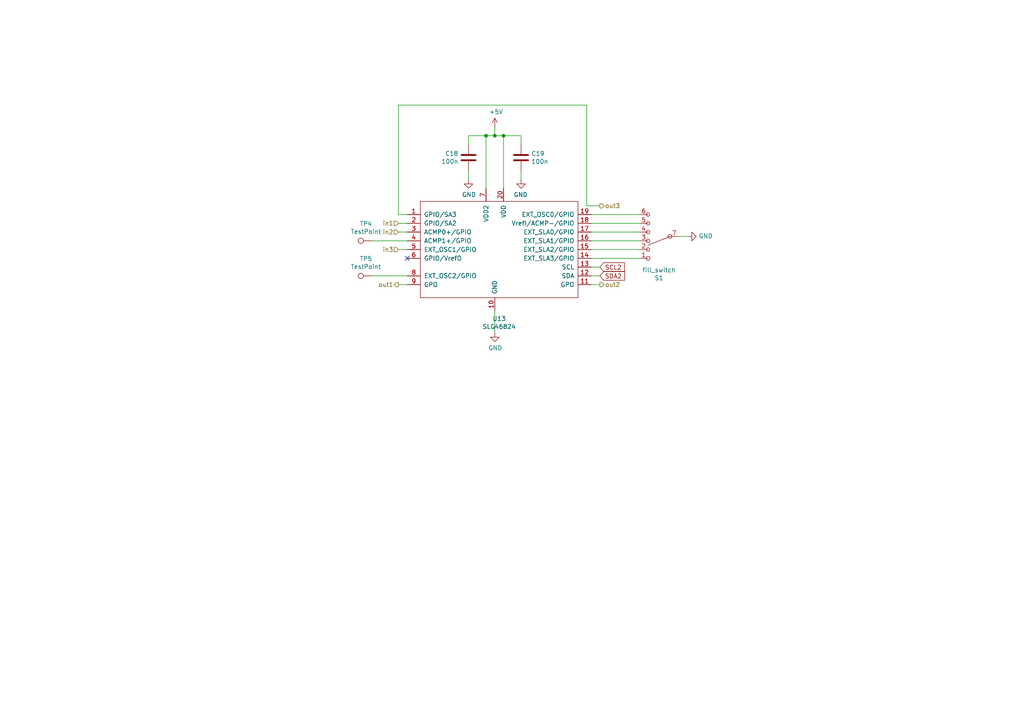
<source format=kicad_sch>
(kicad_sch (version 20231120) (generator "eeschema") (generator_version "8.0")
  (paper "A4")
  (lib_symbols
    (symbol "Connector:TestPoint" (pin_numbers hide) (pin_names (offset 0.762) hide)
      (property "Reference" "TP" (at 0 6.858 0))
      (property "Value" "TestPoint" (at 0 5.08 0))
      (symbol "TestPoint_0_1"
        (circle (center 0 3.302) (radius 0.762))
      )
      (symbol "TestPoint_1_1"
        (pin passive line (at 0 0 90) (length 2.54) (name "1") (number "1"))
      )
    )
    (symbol "Device:C" (pin_numbers hide) (pin_names (offset 0.254))
      (property "Reference" "C" (at 0.635 2.54 0))
      (property "Value" "C" (at 0.635 -2.54 0))
      (symbol "C_0_1"
        (polyline (pts (xy -2.032 -0.762) (xy 2.032 -0.762)) (stroke (width 0.508)))
        (polyline (pts (xy -2.032 0.762) (xy 2.032 0.762)) (stroke (width 0.508)))
      )
      (symbol "C_1_1"
        (pin passive line (at 0 3.81 270) (length 2.794) (name "~") (number "1"))
        (pin passive line (at 0 -3.81 90) (length 2.794) (name "~") (number "2"))
      )
    )
    (symbol "power:+5V" (power) (pin_names (offset 0))
      (property "Value" "+5V" (at 0 3.556 0))
      (symbol "+5V_0_1"
        (polyline (pts (xy -0.762 1.27) (xy 0 2.54)))
        (polyline (pts (xy 0 0) (xy 0 2.54)))
        (polyline (pts (xy 0 2.54) (xy 0.762 1.27)))
      )
      (symbol "+5V_1_1"
        (pin power_in line (at 0 0 90) (length 0) hide (name "+5V") (number "1"))
      )
    )
    (symbol "power:GND" (power) (pin_names (offset 0))
      (property "Value" "GND" (at 0 -3.81 0))
      (symbol "GND_0_1"
        (polyline (pts (xy 0 0) (xy 0 -1.27) (xy 1.27 -1.27) (xy 0 -2.54) (xy -1.27 -1.27) (xy 0 -1.27)))
      )
      (symbol "GND_1_1"
        (pin power_in line (at 0 0 270) (length 0) hide (name "GND") (number "1"))
      )
    )
    (symbol "waveshaper_Marcin-rescue:SLG46824-greenpak_ICs" (pin_names (offset 1.016))
      (property "Reference" "U" (at -6.35 1.27 0))
      (property "Value" "SLG46824-greenpak_ICs" (at 0 6.35 0))
      (symbol "SLG46824-greenpak_ICs_0_1"
        (rectangle (start -21.59 13.97) (end 24.13 -13.97))
        (pin power_in line (at -25.4 10.16 0) (length 3.81) (name "GPIO/SA3") (number "1"))
        (pin power_in line (at 0 -17.78 90) (length 3.81) (name "GND") (number "10"))
        (pin power_in line (at 27.94 -10.16 180) (length 3.81) (name "GPO") (number "11"))
        (pin power_in line (at 27.94 -7.62 180) (length 3.81) (name "SDA") (number "12"))
        (pin power_in line (at 27.94 -5.08 180) (length 3.81) (name "SCL") (number "13"))
        (pin power_in line (at 27.94 -2.54 180) (length 3.81) (name "EXT_SLA3/GPIO") (number "14"))
        (pin power_in line (at 27.94 0 180) (length 3.81) (name "EXT_SLA2/GPIO") (number "15"))
        (pin power_in line (at 27.94 2.54 180) (length 3.81) (name "EXT_SLA1/GPIO") (number "16"))
        (pin power_in line (at 27.94 5.08 180) (length 3.81) (name "EXT_SLA0/GPIO") (number "17"))
        (pin power_in line (at 27.94 7.62 180) (length 3.81) (name "VrefI/ACMP-/GPIO") (number "18"))
        (pin power_in line (at 27.94 10.16 180) (length 3.81) (name "EXT_OSC0/GPIO") (number "19"))
        (pin power_in line (at -25.4 7.62 0) (length 3.81) (name "GPIO/SA2") (number "2"))
        (pin power_in line (at 2.54 17.78 270) (length 3.81) (name "VDD") (number "20"))
        (pin power_in line (at -25.4 5.08 0) (length 3.81) (name "ACMP0+/GPIO") (number "3"))
        (pin power_in line (at -25.4 2.54 0) (length 3.81) (name "ACMP1+/GPIO") (number "4"))
        (pin power_in line (at -25.4 0 0) (length 3.81) (name "EXT_OSC1/GPIO") (number "5"))
        (pin power_in line (at -25.4 -2.54 0) (length 3.81) (name "GPIO/VrefO") (number "6"))
        (pin power_in line (at -2.54 17.78 270) (length 3.81) (name "VDD2") (number "7"))
        (pin power_in line (at -25.4 -7.62 0) (length 3.81) (name "EXT_OSC2/GPIO") (number "8"))
        (pin power_in line (at -25.4 -10.16 0) (length 3.81) (name "GPO") (number "9"))
      )
    )
    (symbol "waveshaper_Marcin-rescue:SS-16F03-switch" (pin_names (offset 1.016))
      (property "Reference" "S" (at 2.54 -5.08 0))
      (property "Value" "SS-16F03-switch" (at 6.35 6.35 0))
      (symbol "SS-16F03-switch_0_1"
        (circle (center -1.27 -6.35) (radius 0.508))
        (circle (center -1.27 -3.81) (radius 0.508))
        (circle (center -1.27 -1.27) (radius 0.508))
        (circle (center -1.27 1.27) (radius 0.508))
        (circle (center -1.27 3.81) (radius 0.508))
        (circle (center -1.27 6.35) (radius 0.5588))
        (polyline (pts (xy 5.08 0) (xy -1.27 2.54)))
        (circle (center 5.08 0) (radius 0.5588))
      )
      (symbol "SS-16F03-switch_1_1"
        (pin input line (at -3.81 6.35 0) (length 2.54) (name "~") (number "1"))
        (pin input line (at -3.81 3.81 0) (length 2.54) (name "~") (number "2"))
        (pin input line (at -3.81 1.27 0) (length 2.54) (name "~") (number "3"))
        (pin input line (at -3.81 -1.27 0) (length 2.54) (name "~") (number "4"))
        (pin input line (at -3.81 -3.81 0) (length 2.54) (name "~") (number "5"))
        (pin input line (at -3.81 -6.35 0) (length 2.54) (name "~") (number "6"))
        (pin input line (at 7.62 0 180) (length 2.54) (name "~") (number "7"))
      )
    )
  )
  (junction (at 146.05 39.37))
  (junction (at 140.97 39.37))
  (junction (at 143.51 39.37))
  (no_connect (at 118.11 74.93))
  (wire (pts (xy 171.45 64.77) (xy 185.42 64.77)))
  (wire (pts (xy 171.45 67.31) (xy 185.42 67.31)))
  (wire (pts (xy 135.89 39.37) (xy 140.97 39.37)))
  (wire (pts (xy 151.13 52.07) (xy 151.13 49.53)))
  (wire (pts (xy 171.45 62.23) (xy 185.42 62.23)))
  (wire (pts (xy 107.95 80.01) (xy 118.11 80.01)))
  (wire (pts (xy 146.05 39.37) (xy 146.05 54.61)))
  (wire (pts (xy 170.18 59.69) (xy 170.18 30.48)))
  (wire (pts (xy 115.57 72.39) (xy 118.11 72.39)))
  (wire (pts (xy 173.99 77.47) (xy 171.45 77.47)))
  (wire (pts (xy 115.57 30.48) (xy 115.57 62.23)))
  (wire (pts (xy 115.57 67.31) (xy 118.11 67.31)))
  (wire (pts (xy 171.45 69.85) (xy 185.42 69.85)))
  (wire (pts (xy 140.97 39.37) (xy 140.97 54.61)))
  (wire (pts (xy 170.18 30.48) (xy 115.57 30.48)))
  (wire (pts (xy 135.89 41.91) (xy 135.89 39.37)))
  (wire (pts (xy 118.11 82.55) (xy 115.57 82.55)))
  (wire (pts (xy 151.13 41.91) (xy 151.13 39.37)))
  (wire (pts (xy 173.99 59.69) (xy 170.18 59.69)))
  (wire (pts (xy 171.45 74.93) (xy 185.42 74.93)))
  (wire (pts (xy 115.57 62.23) (xy 118.11 62.23)))
  (wire (pts (xy 143.51 39.37) (xy 146.05 39.37)))
  (wire (pts (xy 135.89 52.07) (xy 135.89 49.53)))
  (wire (pts (xy 199.39 68.58) (xy 196.85 68.58)))
  (wire (pts (xy 143.51 96.52) (xy 143.51 90.17)))
  (wire (pts (xy 107.95 69.85) (xy 118.11 69.85)))
  (wire (pts (xy 173.99 80.01) (xy 171.45 80.01)))
  (wire (pts (xy 143.51 39.37) (xy 140.97 39.37)))
  (wire (pts (xy 171.45 72.39) (xy 185.42 72.39)))
  (wire (pts (xy 171.45 82.55) (xy 173.99 82.55)))
  (wire (pts (xy 115.57 64.77) (xy 118.11 64.77)))
  (wire (pts (xy 151.13 39.37) (xy 146.05 39.37)))
  (wire (pts (xy 143.51 36.83) (xy 143.51 39.37)))
  (global_label "SCL2" (shape input) (at 173.99 77.47 0) (property "Intersheetrefs" "${INTERSHEET_REFS}" (effects (hide yes))))
  (global_label "SDA2" (shape input) (at 173.99 80.01 0) (property "Intersheetrefs" "${INTERSHEET_REFS}" (effects (hide yes))))
  (hierarchical_label "out3" (shape output) (at 173.99 59.69 0))
  (hierarchical_label "out2" (shape output) (at 173.99 82.55 0))
  (hierarchical_label "in2" (shape input) (at 115.57 67.31 180))
  (hierarchical_label "in1" (shape input) (at 115.57 64.77 180))
  (hierarchical_label "in3" (shape input) (at 115.57 72.39 180))
  (hierarchical_label "out1" (shape output) (at 115.57 82.55 180))
  (symbol (lib_id "power:GND") (at 151.13 52.07 0) (mirror y) (unit 1)
    (property "Reference" "#PWR0169" (effects (hide yes)))
    (property "Value" "GND" (at 151.003 56.4642 0))
  )
  (symbol (lib_id "Device:C") (at 135.89 45.72 0) (mirror y) (unit 1)
    (property "Reference" "C18" (at 132.969 44.5516 0) (effects (justify left)))
    (property "Value" "100n" (at 132.969 46.863 0) (effects (justify left)))
    (property "Footprint" "Capacitor_SMD:C_0603_1608Metric" (effects (hide yes)))
  )
  (symbol (lib_id "power:GND") (at 135.89 52.07 0) (unit 1)
    (property "Reference" "#PWR0170" (effects (hide yes)))
    (property "Value" "GND" (at 136.017 56.4642 0))
  )
  (symbol (lib_id "power:GND") (at 143.51 96.52 0) (unit 1)
    (property "Reference" "#PWR0171" (effects (hide yes)))
    (property "Value" "GND" (at 143.637 100.9142 0))
  )
  (symbol (lib_id "Device:C") (at 151.13 45.72 0) (unit 1)
    (property "Reference" "C19" (at 154.051 44.5516 0) (effects (justify left)))
    (property "Value" "100n" (at 154.051 46.863 0) (effects (justify left)))
    (property "Footprint" "Capacitor_SMD:C_0603_1608Metric" (effects (hide yes)))
  )
  (symbol (lib_id "power:+5V") (at 143.51 36.83 0) (unit 1)
    (property "Reference" "#PWR0172" (effects (hide yes)))
    (property "Value" "+5V" (at 143.891 32.4358 0))
  )
  (symbol (lib_id "waveshaper_Marcin-rescue:SLG46824-greenpak_ICs") (at 143.51 72.39 0) (unit 1)
    (property "Reference" "U13" (at 144.78 92.4306 0))
    (property "Value" "SLG46824" (at 144.78 94.742 0))
    (property "Footprint" "Package_SO:TSSOP-20_4.4x6.5mm_P0.65mm" (effects (hide yes)))
  )
  (symbol (lib_id "waveshaper_Marcin-rescue:SS-16F03-switch") (at 189.23 68.58 0) (mirror x) (unit 1)
    (property "Reference" "S1" (at 191.135 80.645 0))
    (property "Value" "fill_switch" (at 191.135 78.3336 0))
    (property "Footprint" "learning:SS-16F03" (effects (hide yes)))
  )
  (symbol (lib_id "power:GND") (at 199.39 68.58 90) (unit 1)
    (property "Reference" "#PWR0173" (effects (hide yes)))
    (property "Value" "GND" (at 202.6412 68.453 90) (effects (justify right)))
  )
  (symbol (lib_id "Connector:TestPoint") (at 107.95 69.85 90) (unit 1)
    (property "Reference" "TP4" (at 106.1212 64.897 90))
    (property "Value" "TestPoint" (at 106.1212 67.2084 90))
    (property "Footprint" "TestPoint:TestPoint_Pad_D2.0mm" (effects (hide yes)))
  )
  (symbol (lib_id "Connector:TestPoint") (at 107.95 80.01 90) (unit 1)
    (property "Reference" "TP5" (at 106.1212 75.057 90))
    (property "Value" "TestPoint" (at 106.1212 77.3684 90))
    (property "Footprint" "TestPoint:TestPoint_Pad_D2.0mm" (effects (hide yes)))
  )
)
</source>
